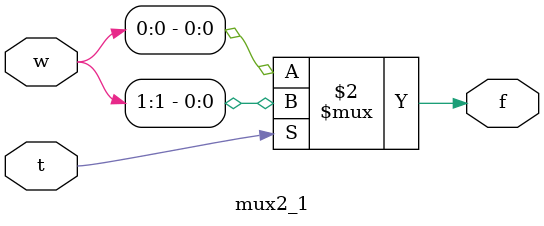
<source format=v>
module prog2_1 (inp, out);
	input [3:0] inp; // A, B, C, D;
	output out;
	wire [3:0] w1, w2;
	wire [1:0] o1;
	assign w1[0] = 0, w1[1] = 1, w1[2] = inp[2], w1[3] = ~inp[2];
	assign w2[0] = 0, w2[1] = ~inp[2], w2[2] = 0, w2[3] = ~inp[2];
	mux4_1 m1 (w1, inp[1:0], o1[0]);
	mux4_1 m2 (w2, inp[1:0], o1[1]);
	mux2_1 m3 (o1, inp[3], out);
endmodule
	

module mux4_1 (w, t, f);
input [3:0] w;
input [1:0] t;
output f;
reg f;
always @(w or t)
	if(t == 0)
		f = w[0];
	else if (t == 1)
		f = w[1];
	else if (t == 2)
		f = w[2];
	else
		f = w[3];
endmodule

module mux2_1 (w, t, f);
input [1:0] w;
input t;
output f;
assign f = (t==1)?w[1]:w[0];
endmodule

</source>
